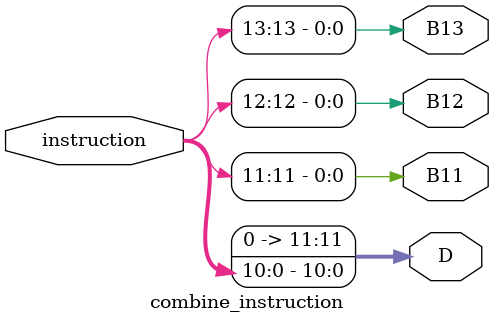
<source format=v>
`timescale 1ns / 1ps
module combine_instruction(
    input [13:0] instruction,
    output [11:0] D,
    output B11,
    output B12,
    output B13
    );
	
	assign D = instruction[10:0];
	assign B11 = instruction[11];
	assign B12 = instruction[12];
	assign B13 = instruction[13];

endmodule

</source>
